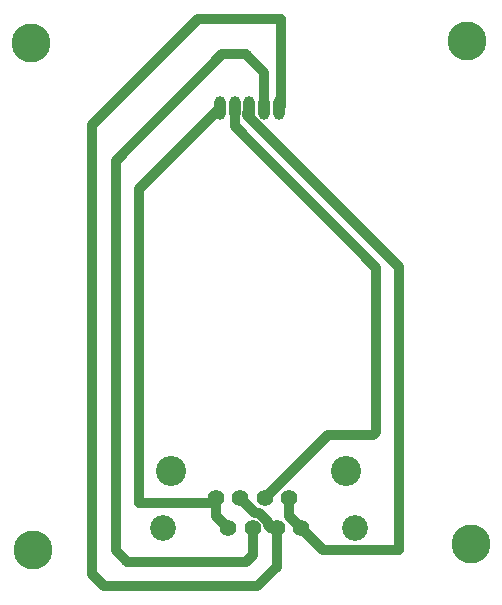
<source format=gbr>
%TF.GenerationSoftware,Altium Limited,Altium Designer,18.0.12 (696)*%
G04 Layer_Physical_Order=1*
G04 Layer_Color=255*
%FSLAX26Y26*%
%MOIN*%
%TF.FileFunction,Copper,L1,Top,Signal*%
%TF.Part,Single*%
G01*
G75*
%TA.AperFunction,Conductor*%
%ADD10C,0.032000*%
%TA.AperFunction,ComponentPad*%
%ADD11C,0.129920*%
%ADD12C,0.100390*%
%ADD13C,0.086000*%
%ADD14C,0.056000*%
%ADD15O,0.039690X0.079380*%
D10*
X1556690Y1343700D02*
X1798030D01*
X1555220Y2391180D02*
X1825530Y2661500D01*
X1555220Y1406010D02*
Y2391180D01*
Y1406010D02*
X1556690Y1404540D01*
Y1343700D02*
Y1404540D01*
X1798030Y1343700D02*
X1813780Y1359450D01*
Y1299610D02*
Y1359450D01*
Y1299610D02*
X1853940Y1259450D01*
X1874750Y2600450D02*
X2346240Y2128960D01*
X2186910Y1571950D02*
X2336130D01*
X1874750Y2600450D02*
Y2661500D01*
X2336130Y1571950D02*
X2346240Y1582060D01*
Y2128960D01*
X1974410Y1359450D02*
X2186910Y1571950D01*
X1923960Y2650280D02*
Y2661500D01*
X1916590Y2642910D02*
X1923960Y2650280D01*
X1916590Y2637350D02*
Y2642910D01*
Y2637350D02*
X2422830Y2131100D01*
Y1186220D02*
Y2131100D01*
X2168110Y1186220D02*
X2422830D01*
X2094880Y1259450D02*
X2168110Y1186220D01*
X2054720Y1299610D02*
Y1359450D01*
Y1299610D02*
X2094880Y1259450D01*
X1973170Y2661500D02*
Y2777610D01*
X1911020Y2839760D02*
X1973170Y2777610D01*
X1832280Y2839760D02*
X1911020D01*
X1477950Y2485430D02*
X1832280Y2839760D01*
X1477950Y1186220D02*
Y2485430D01*
Y1186220D02*
X1517320Y1146850D01*
X1911020D01*
X1934250Y1170080D01*
Y1259450D01*
X2022390Y2661500D02*
X2029130Y2668240D01*
Y2957870D01*
X1753540D02*
X2029130D01*
X1399210Y2603540D02*
X1753540Y2957870D01*
X1399210Y1107480D02*
Y2603540D01*
Y1107480D02*
X1438580Y1068110D01*
X1950390D01*
X2014570Y1132280D01*
Y1259450D01*
X1984250Y1269290D02*
X1994090Y1259450D01*
X1984250Y1269290D02*
Y1280160D01*
X1954960Y1309450D02*
X1984250Y1280160D01*
X1944090Y1309450D02*
X1954960D01*
X1894090Y1359450D02*
X1944090Y1309450D01*
X1994090Y1259450D02*
X2014570D01*
D11*
X1202360Y1186220D02*
D03*
X2662680Y1208230D02*
D03*
X1197390Y2878000D02*
D03*
X2648680Y2884370D02*
D03*
D12*
X2247240Y1450000D02*
D03*
X1661420D02*
D03*
D13*
X2274210Y1259450D02*
D03*
X1634450D02*
D03*
D14*
X2094880D02*
D03*
X2054720Y1359450D02*
D03*
X2014570Y1259450D02*
D03*
X1974410Y1359450D02*
D03*
X1934250Y1259450D02*
D03*
X1894090Y1359450D02*
D03*
X1853940Y1259450D02*
D03*
X1813780Y1359450D02*
D03*
D15*
X1825530Y2661500D02*
D03*
X1874750D02*
D03*
X1923960D02*
D03*
X1973170D02*
D03*
X2022390D02*
D03*
%TF.MD5,604502097b446d51054b055092f51774*%
M02*

</source>
